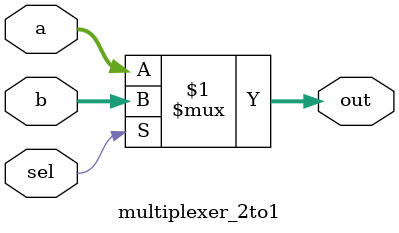
<source format=v>
module multiplexer_2to1 (
    input wire [31:0] a,
    input wire [31:0] b,
    input wire sel,
    output wire [31:0] out
);

    assign out = sel ? b : a;

endmodule
</source>
